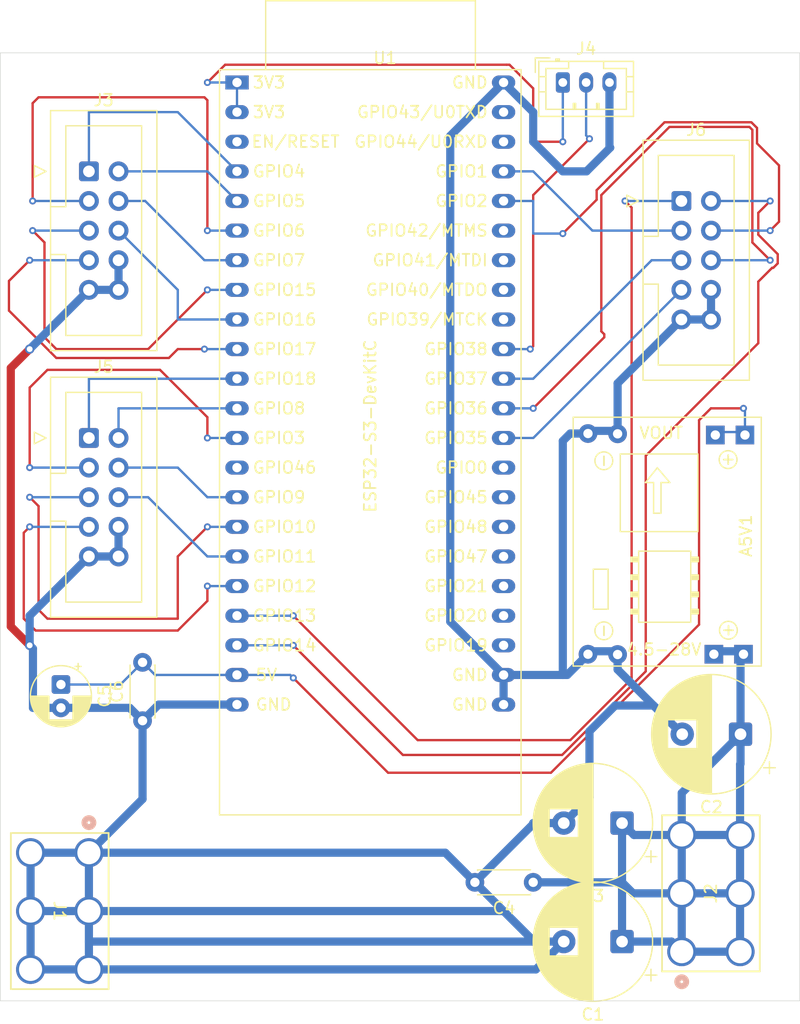
<source format=kicad_pcb>
(kicad_pcb (version 20241229) (generator "pcbnew") (generator_version "9.0")
  (layers (0 "F.Cu" signal) (2 "B.Cu" signal) (13 "F.Paste" user) (15 "B.Paste" user) (5 "F.SilkS" user "F.Silkscreen") (7 "B.SilkS" user "B.Silkscreen") (1 "F.Mask" user) (3 "B.Mask" user) (25 "Edge.Cuts" user))
  (net 0 "")
  (net 1 "GND")
  (net 2 "Net-(J3-Pin_2)")
  (net 3 "Net-(J3-Pin_5)")
  (net 4 "Net-(J3-Pin_3)")
  (net 5 "+15V")
  (net 6 "+5V")
  (net 7 "Net-(J3-Pin_4)")
  (net 8 "Net-(J3-Pin_7)")
  (net 9 "Net-(J3-Pin_6)")
  (net 10 "Net-(J3-Pin_1)")
  (net 11 "Net-(J5-Pin_7)")
  (net 12 "Net-(J5-Pin_1)")
  (net 13 "Net-(J5-Pin_5)")
  (net 14 "Net-(J5-Pin_2)")
  (net 15 "Net-(J5-Pin_6)")
  (net 16 "Net-(J5-Pin_4)")
  (net 17 "Net-(J5-Pin_3)")
  (net 18 "Net-(J6-Pin_3)")
  (net 19 "Net-(J6-Pin_2)")
  (net 20 "Net-(J6-Pin_7)")
  (net 21 "Net-(J6-Pin_5)")
  (net 22 "Net-(J6-Pin_6)")
  (net 23 "Net-(J6-Pin_4)")
  (net 24 "Net-(J6-Pin_1)")
  (net 25 "Net-(J4-Pin_2)")
  (net 26 "+3.3V")
  (footprint "Connector_JST:JST_PH_B3B-PH-K_1x03_P2.00mm_Vertical" (layer "F.Cu") (at 66.04 17.78)
    (property "Reference" "J4" (at 2 -2.900001 0) (layer "F.SilkS"))
    (property "Value" "MIDI IN")
    (pad "1" thru_hole roundrect (at 0 0) (size 1.2 1.75) (drill 0.75) (layers "*.Cu" "*.Mask") (roundrect_rratio 0.208333) (net 26 "+3.3V"))
    (pad "2" thru_hole oval (at 2 0) (size 1.2 1.75) (drill 0.75) (layers "*.Cu" "*.Mask") (net 25 "Net-(J4-Pin_2)"))
    (pad "3" thru_hole oval (at 4 0) (size 1.2 1.75) (drill 0.75) (layers "*.Cu" "*.Mask") (net 1 "GND"))
  )
  (footprint "UL 8199:CONN_8199_KEY" (layer "F.Cu") (at 76.2381 92.307599 90)
    (property "Reference" "J2" (at 5.003799 2.501901 90) (layer "F.SilkS"))
    (property "Value" "15VIn")
    (pad "1" thru_hole circle (at 0 0 90) (size 2.4892 2.4892) (drill 1.9812) (layers "*.Cu" "*.Mask") (net 5 "+15V"))
    (pad "2" thru_hole circle (at 0 5.0038 90) (size 2.4892 2.4892) (drill 1.9812) (layers "*.Cu" "*.Mask") (net 5 "+15V"))
    (pad "3" thru_hole circle (at 5.0038 0 90) (size 2.4892 2.4892) (drill 1.9812) (layers "*.Cu" "*.Mask") (net 5 "+15V"))
    (pad "4" thru_hole circle (at 5.0038 5.0038 90) (size 2.4892 2.4892) (drill 1.9812) (layers "*.Cu" "*.Mask") (net 5 "+15V"))
    (pad "5" thru_hole circle (at 10.007599 0.000001 90) (size 2.4892 2.4892) (drill 1.9812) (layers "*.Cu" "*.Mask") (net 5 "+15V"))
    (pad "6" thru_hole circle (at 10.0076 5.0038 90) (size 2.4892 2.4892) (drill 1.9812) (layers "*.Cu" "*.Mask") (net 5 "+15V"))
  )
  (footprint "Connector_IDC:IDC-Header_2x05_P2.54mm_Vertical" (layer "F.Cu") (at 76.209502 27.940002)
    (property "Reference" "J6" (at 1.27 -6.099999 0) (layer "F.SilkS"))
    (property "Value" "Conn_01x10" (hide yes))
    (pad "1" thru_hole roundrect (at 0 0) (size 1.7 1.7) (drill 1) (layers "*.Cu" "*.Mask") (roundrect_rratio 0.147059) (net 24 "Net-(J6-Pin_1)"))
    (pad "2" thru_hole circle (at 2.540004 0.000002) (size 1.7 1.7) (drill 1) (layers "*.Cu" "*.Mask") (net 19 "Net-(J6-Pin_2)"))
    (pad "3" thru_hole circle (at -0.000002 2.540004) (size 1.7 1.7) (drill 1) (layers "*.Cu" "*.Mask") (net 18 "Net-(J6-Pin_3)"))
    (pad "4" thru_hole circle (at 2.54 2.54) (size 1.7 1.7) (drill 1) (layers "*.Cu" "*.Mask") (net 23 "Net-(J6-Pin_4)"))
    (pad "5" thru_hole circle (at 0 5.08) (size 1.7 1.7) (drill 1) (layers "*.Cu" "*.Mask") (net 21 "Net-(J6-Pin_5)"))
    (pad "6" thru_hole circle (at 2.540002 5.08) (size 1.7 1.7) (drill 1) (layers "*.Cu" "*.Mask") (net 22 "Net-(J6-Pin_6)"))
    (pad "7" thru_hole circle (at 0 7.62) (size 1.7 1.7) (drill 1) (layers "*.Cu" "*.Mask") (net 20 "Net-(J6-Pin_7)"))
    (pad "8" thru_hole circle (at 2.54 7.62) (size 1.7 1.7) (drill 1) (layers "*.Cu" "*.Mask") (net 1 "GND"))
    (pad "9" thru_hole circle (at -0.000004 10.16) (size 1.7 1.7) (drill 1) (layers "*.Cu" "*.Mask") (net 1 "GND"))
    (pad "10" thru_hole circle (at 2.54 10.16) (size 1.7 1.7) (drill 1) (layers "*.Cu" "*.Mask") (net 1 "GND"))
  )
  (footprint "UL 8199:CONN_8199_KEY" (layer "F.Cu") (at 25.4 83.82 -90)
    (property "Reference" "J1" (at 5.003797 2.5019 270) (layer "F.SilkS"))
    (property "Value" "GroundLug")
    (pad "1" thru_hole circle (at 0 0 270) (size 2.4892 2.4892) (drill 1.9812) (layers "*.Cu" "*.Mask") (net 1 "GND"))
    (pad "2" thru_hole circle (at 0 5.0038 270) (size 2.4892 2.4892) (drill 1.9812) (layers "*.Cu" "*.Mask") (net 1 "GND"))
    (pad "3" thru_hole circle (at 5.0038 0 270) (size 2.4892 2.4892) (drill 1.9812) (layers "*.Cu" "*.Mask") (net 1 "GND"))
    (pad "4" thru_hole circle (at 5.0038 5.0038 270) (size 2.4892 2.4892) (drill 1.9812) (layers "*.Cu" "*.Mask") (net 1 "GND"))
    (pad "5" thru_hole circle (at 10.007598 0.000003 270) (size 2.4892 2.4892) (drill 1.9812) (layers "*.Cu" "*.Mask") (net 1 "GND"))
    (pad "6" thru_hole circle (at 10.0076 5.0038 270) (size 2.4892 2.4892) (drill 1.9812) (layers "*.Cu" "*.Mask") (net 1 "GND"))
  )
  (footprint "Capacitor_THT:CP_Radial_D10.0mm_P5.00mm" (layer "F.Cu") (at 81.28 73.66 180)
    (property "Reference" "C2" (at 2.5 -6.25 0) (layer "F.SilkS"))
    (property "Value" "2200u 25V")
    (pad "1" thru_hole roundrect (at 0 0 180) (size 2 2) (drill 1) (layers "*.Cu" "*.Mask") (roundrect_rratio 0.125) (net 5 "+15V"))
    (pad "2" thru_hole circle (at 5 0 180) (size 2 2) (drill 1) (layers "*.Cu" "*.Mask") (net 1 "GND"))
  )
  (footprint "Capacitor_THT:C_Disc_D4.3mm_W1.9mm_P5.00mm" (layer "F.Cu") (at 63.5 86.36 180)
    (property "Reference" "C4" (at 2.500002 -2.2 0) (layer "F.SilkS"))
    (property "Value" "100n")
    (pad "1" thru_hole circle (at 0 0 180) (size 1.6 1.6) (drill 0.8) (layers "*.Cu" "*.Mask") (net 5 "+15V"))
    (pad "2" thru_hole circle (at 5 0 180) (size 1.6 1.6) (drill 0.8) (layers "*.Cu" "*.Mask") (net 1 "GND"))
  )
  (footprint "Connector_IDC:IDC-Header_2x05_P2.54mm_Vertical" (layer "F.Cu") (at 25.4 48.26)
    (property "Reference" "J5" (at 1.27 -6.1 0) (layer "F.SilkS"))
    (property "Value" "Conn_01x10" (hide yes))
    (pad "1" thru_hole roundrect (at 0 0) (size 1.7 1.7) (drill 1) (layers "*.Cu" "*.Mask") (roundrect_rratio 0.147059) (net 12 "Net-(J5-Pin_1)"))
    (pad "2" thru_hole circle (at 2.54 0) (size 1.7 1.7) (drill 1) (layers "*.Cu" "*.Mask") (net 14 "Net-(J5-Pin_2)"))
    (pad "3" thru_hole circle (at 0 2.54) (size 1.7 1.7) (drill 1) (layers "*.Cu" "*.Mask") (net 17 "Net-(J5-Pin_3)"))
    (pad "4" thru_hole circle (at 2.54 2.54) (size 1.7 1.7) (drill 1) (layers "*.Cu" "*.Mask") (net 16 "Net-(J5-Pin_4)"))
    (pad "5" thru_hole circle (at 0 5.08) (size 1.7 1.7) (drill 1) (layers "*.Cu" "*.Mask") (net 13 "Net-(J5-Pin_5)"))
    (pad "6" thru_hole circle (at 2.54 5.08) (size 1.7 1.7) (drill 1) (layers "*.Cu" "*.Mask") (net 15 "Net-(J5-Pin_6)"))
    (pad "7" thru_hole circle (at 0 7.62) (size 1.7 1.7) (drill 1) (layers "*.Cu" "*.Mask") (net 11 "Net-(J5-Pin_7)"))
    (pad "8" thru_hole circle (at 2.54 7.62) (size 1.7 1.7) (drill 1) (layers "*.Cu" "*.Mask") (net 1 "GND"))
    (pad "9" thru_hole circle (at 0 10.16) (size 1.7 1.7) (drill 1) (layers "*.Cu" "*.Mask") (net 1 "GND"))
    (pad "10" thru_hole circle (at 2.54 10.16) (size 1.7 1.7) (drill 1) (layers "*.Cu" "*.Mask") (net 1 "GND"))
  )
  (footprint "Capacitor_THT:CP_Radial_D10.0mm_P5.00mm" (layer "F.Cu") (at 71.12 81.28 180)
    (property "Reference" "C3" (at 2.5 -6.250001 0) (layer "F.SilkS"))
    (property "Value" "2200u 25V")
    (pad "1" thru_hole roundrect (at 0 0 180) (size 2 2) (drill 1) (layers "*.Cu" "*.Mask") (roundrect_rratio 0.125) (net 5 "+15V"))
    (pad "2" thru_hole circle (at 5 0 180) (size 2 2) (drill 1) (layers "*.Cu" "*.Mask") (net 1 "GND"))
  )
  (footprint "Capacitor_THT:C_Disc_D4.3mm_W1.9mm_P5.00mm" (layer "F.Cu") (at 29.999999 72.5 90)
    (property "Reference" "C6" (at 2.500001 -2.2 90) (layer "F.SilkS"))
    (property "Value" "100n")
    (pad "1" thru_hole circle (at 0 0 90) (size 1.6 1.6) (drill 0.8) (layers "*.Cu" "*.Mask") (net 1 "GND"))
    (pad "2" thru_hole circle (at 5 0 90) (size 1.6 1.6) (drill 0.8) (layers "*.Cu" "*.Mask") (net 6 "+5V"))
  )
  (footprint "Capacitor_THT:CP_Radial_D10.0mm_P5.00mm" (layer "F.Cu") (at 71.12 91.44 180)
    (property "Reference" "C1" (at 2.5 -6.250001 0) (layer "F.SilkS"))
    (property "Value" "2200u 25V")
    (pad "1" thru_hole roundrect (at 0 0 180) (size 2 2) (drill 1) (layers "*.Cu" "*.Mask") (roundrect_rratio 0.125) (net 5 "+15V"))
    (pad "2" thru_hole circle (at 5 0 180) (size 2 2) (drill 1) (layers "*.Cu" "*.Mask") (net 1 "GND"))
  )
  (footprint "CustomLibrary:MP1584_Module" (layer "F.Cu") (at 74.422 56.642 90)
    (property "Reference" "A5V1" (at 0.000002 7.315198 90) (layer "F.SilkS"))
    (property "Value" "~")
    (fp_text user "4.5-28V" (at -9.7536 0.3048 0) (layer "F.SilkS"))
    (fp_text user "VOUT" (at 8.8138 0.0508 0) (layer "F.SilkS"))
    (fp_text user "-" (at -8.153399 -4.9276 90) (layer "F.SilkS"))
    (fp_text user "-" (at 6.426201 -4.9276 90) (layer "F.SilkS"))
    (fp_text user "+" (at -8.102601 5.753099 90) (layer "F.SilkS"))
    (fp_text user "+" (at 6.527801 5.727698 90) (layer "F.SilkS"))
    (pad "1" thru_hole rect (at -10.160001 7.112002 180) (size 1.6 1.6) (drill 0.8) (layers "*.Cu" "*.Mask") (net 5 "+15V"))
    (pad "1" thru_hole rect (at -10.16 4.572 180) (size 1.6 1.6) (drill 0.8) (layers "*.Cu" "*.Mask") (net 5 "+15V"))
    (pad "2" thru_hole oval (at -10.185401 -3.683 180) (size 1.6 1.6) (drill 0.8) (layers "*.Cu" "*.Mask") (net 1 "GND"))
    (pad "2" thru_hole oval (at -10.16 -6.223 180) (size 1.6 1.6) (drill 0.8) (layers "*.Cu" "*.Mask") (net 1 "GND"))
    (pad "3" thru_hole rect (at 8.636 4.698998 180) (size 1.6 1.6) (drill 0.8) (layers "*.Cu" "*.Mask") (net 6 "+5V"))
    (pad "3" thru_hole rect (at 8.636 7.239001 180) (size 1.6 1.6) (drill 0.8) (layers "*.Cu" "*.Mask") (net 6 "+5V"))
    (pad "4" thru_hole oval (at 8.7376 -3.682999 180) (size 1.6 1.6) (drill 0.8) (layers "*.Cu" "*.Mask") (net 1 "GND"))
    (pad "4" thru_hole oval (at 8.762999 -6.223 180) (size 1.6 1.6) (drill 0.8) (layers "*.Cu" "*.Mask") (net 1 "GND"))
  )
  (footprint "Capacitor_THT:CP_Radial_D5.0mm_P2.00mm" (layer "F.Cu") (at 23 69.4 -90)
    (property "Reference" "C5" (at 1 -3.75 90) (layer "F.SilkS"))
    (property "Value" "100u")
    (pad "1" thru_hole roundrect (at 0 0 270) (size 1.6 1.6) (drill 0.8) (layers "*.Cu" "*.Mask") (roundrect_rratio 0.15625) (net 6 "+5V"))
    (pad "2" thru_hole circle (at 2 0 270) (size 1.6 1.6) (drill 0.8) (layers "*.Cu" "*.Mask") (net 1 "GND"))
  )
  (footprint "PCM_Espressif:ESP32-S3-DevKitC" (layer "F.Cu") (at 38.1 17.78)
    (property "Reference" "U1" (at 12.7 -2.1 0) (layer "F.SilkS"))
    (property "Value" "ESP32-S3-DevKitC" (at 11.42632 29.46128 90) (layer "F.SilkS"))
    (fp_text user "GPIO48" (at 21.59 38.1 0) (layer "F.SilkS") (effects (justify right)))
    (fp_text user "GPIO13" (at 1.27 45.72 0) (layer "F.SilkS") (effects (justify left)))
    (fp_text user "GPIO6" (at 1.27 12.7 0) (layer "F.SilkS") (effects (justify left)))
    (fp_text user "GPIO18" (at 1.27 25.4 0) (layer "F.SilkS") (effects (justify left)))
    (fp_text user "GPIO21" (at 21.59 43.18 0) (layer "F.SilkS") (effects (justify right)))
    (fp_text user "GPIO9" (at 1.27 35.56 0) (layer "F.SilkS") (effects (justify left)))
    (fp_text user "GPIO10" (at 1.27 38.1 0) (layer "F.SilkS") (effects (justify left)))
    (fp_text user "GPIO37" (at 21.59 25.4 0) (layer "F.SilkS") (effects (justify right)))
    (fp_text user "GPIO4" (at 1.27 7.62 0) (layer "F.SilkS") (effects (justify left)))
    (fp_text user "GPIO38" (at 21.59 22.86 0) (layer "F.SilkS") (effects (justify right)))
    (fp_text user "GPIO44/U0RXD" (at 21.59 5.08 0) (layer "F.SilkS") (effects (justify right)))
    (fp_text user "GPIO45" (at 21.59 35.56 0) (layer "F.SilkS") (effects (justify right)))
    (fp_text user "GPIO47" (at 21.59 40.64 0) (layer "F.SilkS") (effects (justify right)))
    (fp_text user "GPIO17" (at 1.27 22.86 0) (layer "F.SilkS") (effects (justify left)))
    (fp_text user "3V3" (at 1.27 2.54 0) (layer "F.SilkS") (effects (justify left)))
    (fp_text user "GPIO19" (at 21.59 48.26 0) (layer "F.SilkS") (effects (justify right)))
    (fp_text user "GND" (at 1.52032 53.33728 0) (layer "F.SilkS") (effects (justify left)))
    (fp_text user "GPIO42/MTMS" (at 21.59 12.7 0) (layer "F.SilkS") (effects (justify right)))
    (fp_text user "GPIO41/MTDI" (at 21.59 15.24 0) (layer "F.SilkS") (effects (justify right)))
    (fp_text user "GPIO46" (at 1.27 33.02 0) (layer "F.SilkS") (effects (justify left)))
    (fp_text user "GPIO7" (at 1.27 15.24 0) (layer "F.SilkS") (effects (justify left)))
    (fp_text user "GPIO5" (at 1.27 10.16 0) (layer "F.SilkS") (effects (justify left)))
    (fp_text user "GPIO8" (at 1.27 27.94 0) (layer "F.SilkS") (effects (justify left)))
    (fp_text user "GPIO2" (at 21.59 10.16 0) (layer "F.SilkS") (effects (justify right)))
    (fp_text user "GPIO36" (at 21.59 27.94 0) (layer "F.SilkS") (effects (justify right)))
    (fp_text user "GPIO12" (at 1.27 43.18 0) (layer "F.SilkS") (effects (justify left)))
    (fp_text user "GPIO43/U0TXD" (at 21.59 2.54 0) (layer "F.SilkS") (effects (justify right)))
    (fp_text user "GND" (at 21.59 53.34 0) (layer "F.SilkS") (effects (justify right)))
    (fp_text user "GPIO39/MTCK" (at 21.59 20.32 0) (layer "F.SilkS") (effects (justify right)))
    (fp_text user "3V3" (at 1.27 0 0) (layer "F.SilkS") (effects (justify left)))
    (fp_text user "GND" (at 21.59 0 0) (layer "F.SilkS") (effects (justify right)))
    (fp_text user "GPIO40/MTDO" (at 21.59 17.78 0) (layer "F.SilkS") (effects (justify right)))
    (fp_text user "GPIO20" (at 21.59 45.72 0) (layer "F.SilkS") (effects (justify right)))
    (fp_text user "GPIO16" (at 1.27 20.32 0) (layer "F.SilkS") (effects (justify left)))
    (fp_text user "GPIO11" (at 1.27 40.64 0) (layer "F.SilkS") (effects (justify left)))
    (fp_text user "GPIO3" (at 1.27 30.48 0) (layer "F.SilkS") (effects (justify left)))
    (fp_text user "GPIO0" (at 21.59 33.02 0) (layer "F.SilkS") (effects (justify right)))
    (fp_text user "GPIO35" (at 21.59 30.48 0) (layer "F.SilkS") (effects (justify right)))
    (fp_text user "EN/RESET" (at 8.88632 5.07728 0) (layer "F.SilkS") (effects (justify right)))
    (fp_text user "GPIO15" (at 1.27 17.78 0) (layer "F.SilkS") (effects (justify left)))
    (fp_text user "GPIO14" (at 1.27 48.26 0) (layer "F.SilkS") (effects (justify left)))
    (fp_text user "5V" (at 1.52032 50.79728 0) (layer "F.SilkS") (effects (justify left)))
    (fp_text user "GPIO1" (at 21.59 7.62 0) (layer "F.SilkS") (effects (justify right)))
    (fp_text user "GND" (at 21.59 50.8 0) (layer "F.SilkS") (effects (justify right)))
    (pad "1" thru_hole rect (at 0 0 270) (size 1.2 2) (drill 0.8) (layers "*.Cu" "*.Mask") (net 26 "+3.3V"))
    (pad "2" thru_hole oval (at 0 2.54 270) (size 1.2 2) (drill 0.8) (layers "*.Cu" "*.Mask") (net 26 "+3.3V"))
    (pad "3" thru_hole oval (at 0 5.08 270) (size 1.2 2) (drill 0.8) (layers "*.Cu" "*.Mask"))
    (pad "4" thru_hole oval (at 0 7.62 270) (size 1.2 2) (drill 0.8) (layers "*.Cu" "*.Mask") (net 10 "Net-(J3-Pin_1)"))
    (pad "5" thru_hole oval (at 0 10.16 270) (size 1.2 2) (drill 0.8) (layers "*.Cu" "*.Mask") (net 2 "Net-(J3-Pin_2)"))
    (pad "6" thru_hole oval (at 0 12.7 270) (size 1.2 2) (drill 0.8) (layers "*.Cu" "*.Mask") (net 4 "Net-(J3-Pin_3)"))
    (pad "7" thru_hole oval (at 0 15.24 270) (size 1.2 2) (drill 0.8) (layers "*.Cu" "*.Mask") (net 7 "Net-(J3-Pin_4)"))
    (pad "8" thru_hole oval (at 0 17.78 270) (size 1.2 2) (drill 0.8) (layers "*.Cu" "*.Mask") (net 3 "Net-(J3-Pin_5)"))
    (pad "9" thru_hole oval (at 0 20.32 270) (size 1.2 2) (drill 0.8) (layers "*.Cu" "*.Mask") (net 9 "Net-(J3-Pin_6)"))
    (pad "10" thru_hole oval (at 0 22.86 270) (size 1.2 2) (drill 0.8) (layers "*.Cu" "*.Mask") (net 8 "Net-(J3-Pin_7)"))
    (pad "11" thru_hole oval (at 0 25.4 270) (size 1.2 2) (drill 0.8) (layers "*.Cu" "*.Mask") (net 12 "Net-(J5-Pin_1)"))
    (pad "12" thru_hole oval (at 0 27.94 270) (size 1.2 2) (drill 0.8) (layers "*.Cu" "*.Mask") (net 14 "Net-(J5-Pin_2)"))
    (pad "13" thru_hole oval (at 0 30.48 270) (size 1.2 2) (drill 0.8) (layers "*.Cu" "*.Mask") (net 17 "Net-(J5-Pin_3)"))
    (pad "14" thru_hole oval (at 0 33.02 270) (size 1.2 2) (drill 0.8) (layers "*.Cu" "*.Mask"))
    (pad "15" thru_hole oval (at 0 35.56 270) (size 1.2 2) (drill 0.8) (layers "*.Cu" "*.Mask") (net 16 "Net-(J5-Pin_4)"))
    (pad "16" thru_hole oval (at 0 38.1 270) (size 1.2 2) (drill 0.8) (layers "*.Cu" "*.Mask") (net 13 "Net-(J5-Pin_5)"))
    (pad "17" thru_hole oval (at 0 40.64 270) (size 1.2 2) (drill 0.8) (layers "*.Cu" "*.Mask") (net 15 "Net-(J5-Pin_6)"))
    (pad "18" thru_hole oval (at 0 43.18 270) (size 1.2 2) (drill 0.8) (layers "*.Cu" "*.Mask") (net 11 "Net-(J5-Pin_7)"))
    (pad "19" thru_hole oval (at 0 45.72 270) (size 1.2 2) (drill 0.8) (layers "*.Cu" "*.Mask") (net 24 "Net-(J6-Pin_1)"))
    (pad "20" thru_hole oval (at -0.00368 48.25728 270) (size 1.2 2) (drill 0.8) (layers "*.Cu" "*.Mask") (net 19 "Net-(J6-Pin_2)"))
    (pad "21" thru_hole oval (at -0.00368 50.79728 270) (size 1.2 2) (drill 0.8) (layers "*.Cu" "*.Mask") (net 6 "+5V"))
    (pad "22" thru_hole oval (at -0.00368 53.33728 270) (size 1.2 2) (drill 0.8) (layers "*.Cu" "*.Mask") (net 1 "GND"))
    (pad "23" thru_hole oval (at 22.86 53.34 270) (size 1.2 2) (drill 0.8) (layers "*.Cu" "*.Mask") (net 1 "GND"))
    (pad "24" thru_hole oval (at 22.86 50.8 270) (size 1.2 2) (drill 0.8) (layers "*.Cu" "*.Mask") (net 1 "GND"))
    (pad "25" thru_hole oval (at 22.86 48.26 270) (size 1.2 2) (drill 0.8) (layers "*.Cu" "*.Mask"))
    (pad "26" thru_hole oval (at 22.86 45.72 270) (size 1.2 2) (drill 0.8) (layers "*.Cu" "*.Mask"))
    (pad "27" thru_hole oval (at 22.86 43.18 270) (size 1.2 2) (drill 0.8) (layers "*.Cu" "*.Mask"))
    (pad "28" thru_hole oval (at 22.86 40.64 270) (size 1.2 2) (drill 0.8) (layers "*.Cu" "*.Mask"))
    (pad "29" thru_hole oval (at 22.86 38.1 270) (size 1.2 2) (drill 0.8) (layers "*.Cu" "*.Mask"))
    (pad "30" thru_hole oval (at 22.86 35.56 270) (size 1.2 2) (drill 0.8) (layers "*.Cu" "*.Mask"))
    (pad "31" thru_hole oval (at 22.86 33.02 270) (size 1.2 2) (drill 0.8) (layers "*.Cu" "*.Mask"))
    (pad "32" thru_hole oval (at 22.86 30.48 270) (size 1.2 2) (drill 0.8) (layers "*.Cu" "*.Mask") (net 20 "Net-(J6-Pin_7)"))
    (pad "33" thru_hole oval (at 22.86 27.94 270) (size 1.2 2) (drill 0.8) (layers "*.Cu" "*.Mask") (net 22 "Net-(J6-Pin_6)"))
    (pad "34" thru_hole oval (at 22.86 25.4 270) (size 1.2 2) (drill 0.8) (layers "*.Cu" "*.Mask") (net 21 "Net-(J6-Pin_5)"))
    (pad "35" thru_hole oval (at 22.86 22.86 270) (size 1.2 2) (drill 0.8) (layers "*.Cu" "*.Mask") (net 25 "Net-(J4-Pin_2)"))
    (pad "36" thru_hole oval (at 22.86 20.32 270) (size 1.2 2) (drill 0.8) (layers "*.Cu" "*.Mask"))
    (pad "37" thru_hole oval (at 22.86 17.78 270) (size 1.2 2) (drill 0.8) (layers "*.Cu" "*.Mask"))
    (pad "38" thru_hole oval (at 22.86 15.24 270) (size 1.2 2) (drill 0.8) (layers "*.Cu" "*.Mask"))
    (pad "39" thru_hole oval (at 22.86 12.7 270) (size 1.2 2) (drill 0.8) (layers "*.Cu" "*.Mask"))
    (pad "40" thru_hole oval (at 22.86 10.16 270) (size 1.2 2) (drill 0.8) (layers "*.Cu" "*.Mask") (net 23 "Net-(J6-Pin_4)"))
    (pad "41" thru_hole oval (at 22.86 7.62 270) (size 1.2 2) (drill 0.8) (layers "*.Cu" "*.Mask") (net 18 "Net-(J6-Pin_3)"))
    (pad "42" thru_hole oval (at 22.86 5.08 270) (size 1.2 2) (drill 0.8) (layers "*.Cu" "*.Mask"))
    (pad "43" thru_hole oval (at 22.86 2.54 270) (size 1.2 2) (drill 0.8) (layers "*.Cu" "*.Mask"))
    (pad "44" thru_hole oval (at 22.86 0 270) (size 1.2 2) (drill 0.8) (layers "*.Cu" "*.Mask") (net 1 "GND"))
  )
  (footprint "Connector_IDC:IDC-Header_2x05_P2.54mm_Vertical" (layer "F.Cu") (at 25.4 25.400002)
    (property "Reference" "J3" (at 1.27 -6.099999 0) (layer "F.SilkS"))
    (property "Value" "Conn_01x10" (hide yes))
    (pad "1" thru_hole roundrect (at 0 0) (size 1.7 1.7) (drill 1) (layers "*.Cu" "*.Mask") (roundrect_rratio 0.147059) (net 10 "Net-(J3-Pin_1)"))
    (pad "2" thru_hole circle (at 2.540004 0.000002) (size 1.7 1.7) (drill 1) (layers "*.Cu" "*.Mask") (net 2 "Net-(J3-Pin_2)"))
    (pad "3" thru_hole circle (at -0.000002 2.540004) (size 1.7 1.7) (drill 1) (layers "*.Cu" "*.Mask") (net 4 "Net-(J3-Pin_3)"))
    (pad "4" thru_hole circle (at 2.54 2.54) (size 1.7 1.7) (drill 1) (layers "*.Cu" "*.Mask") (net 7 "Net-(J3-Pin_4)"))
    (pad "5" thru_hole circle (at 0 5.08) (size 1.7 1.7) (drill 1) (layers "*.Cu" "*.Mask") (net 3 "Net-(J3-Pin_5)"))
    (pad "6" thru_hole circle (at 2.540002 5.079999) (size 1.7 1.7) (drill 1) (layers "*.Cu" "*.Mask") (net 9 "Net-(J3-Pin_6)"))
    (pad "7" thru_hole circle (at 0 7.62) (size 1.7 1.7) (drill 1) (layers "*.Cu" "*.Mask") (net 8 "Net-(J3-Pin_7)"))
    (pad "8" thru_hole circle (at 2.54 7.62) (size 1.7 1.7) (drill 1) (layers "*.Cu" "*.Mask") (net 1 "GND"))
    (pad "9" thru_hole circle (at -0.000003 10.159999) (size 1.7 1.7) (drill 1) (layers "*.Cu" "*.Mask") (net 1 "GND"))
    (pad "10" thru_hole circle (at 2.54 10.16) (size 1.7 1.7) (drill 1) (layers "*.Cu" "*.Mask") (net 1 "GND"))
  )
  (gr_rect (start 17.8 15.24) (end 86.36 96.52) (stroke (width 0.05)) (fill no) (layer "Edge.Cuts"))
  (segment (start 20.32 66.04) (end 18.7 64.42) (width 0.7) (layer "F.Cu") (net 1))
  (segment (start 18.7 64.42) (end 18.7 42.26) (width 0.7) (layer "F.Cu") (net 1))
  (segment (start 18.7 42.26) (end 20.32 40.64) (width 0.7) (layer "F.Cu") (net 1))
  (via (at 20.32 66.04) (size 0.8) (drill 0.5) (layers "F.Cu" "B.Cu") (net 1))
  (via (at 20.32 40.64) (size 0.8) (drill 0.5) (layers "F.Cu" "B.Cu") (net 1))
  (segment (start 56.388 22.352) (end 60.96 17.78) (width 0.7) (layer "B.Cu") (net 1))
  (segment (start 68.351401 47.6504) (end 68.326002 47.625001) (width 0.7) (layer "B.Cu") (net 1))
  (segment (start 20.3962 93.8276) (end 20.3962 88.8238) (width 0.7) (layer "B.Cu") (net 1))
  (segment (start 68.326 79.074) (end 68.326 73.406) (width 0.7) (layer "B.Cu") (net 1))
  (segment (start 66.04 68.58) (end 66.04 48.514) (width 0.7) (layer "B.Cu") (net 1))
  (segment (start 25.4 88.8238) (end 25.4 91.44) (width 0.7) (layer "B.Cu") (net 1))
  (segment (start 60.96 17.78) (end 63.5 20.32) (width 0.7) (layer "B.Cu") (net 1))
  (segment (start 25.4 93.827595) (end 25.399997 93.827598) (width 0.7) (layer "B.Cu") (net 1))
  (segment (start 29.999999 79.220001) (end 29.999999 72.5) (width 0.7) (layer "B.Cu") (net 1))
  (segment (start 20.6 66.32) (end 20.32 66.04) (width 0.7) (layer "B.Cu") (net 1))
  (segment (start 66.04 25.4) (end 68.072 25.4) (width 0.7) (layer "B.Cu") (net 1))
  (segment (start 60.96 71.12) (end 60.96 68.58) (width 0.7) (layer "B.Cu") (net 1))
  (segment (start 63.732402 93.827598) (end 66.12 91.44) (width 0.7) (layer "B.Cu") (net 1))
  (segment (start 66.04 48.514) (end 66.674999 47.879001) (width 0.7) (layer "B.Cu") (net 1))
  (segment (start 25.4 83.82) (end 29.999999 79.220001) (width 0.7) (layer "B.Cu") (net 1))
  (segment (start 63.5 81.36) (end 63.5 81.28) (width 0.7) (layer "B.Cu") (net 1))
  (segment (start 20.6 71.4) (end 20.6 66.32) (width 0.7) (layer "B.Cu") (net 1))
  (segment (start 66.12 81.28) (end 68.326 79.074) (width 0.7) (layer "B.Cu") (net 1))
  (segment (start 27.94 33.020002) (end 27.94 35.560002) (width 0.7) (layer "B.Cu") (net 1))
  (segment (start 63.5 91.44) (end 25.4 91.44) (width 0.7) (layer "B.Cu") (net 1))
  (segment (start 23 71.4) (end 20.6 71.4) (width 0.7) (layer "B.Cu") (net 1))
  (segment (start 60.96 68.58) (end 56.388 64.008) (width 0.7) (layer "B.Cu") (net 1))
  (segment (start 70.532 71.2) (end 73.82 71.2) (width 0.7) (layer "B.Cu") (net 1))
  (segment (start 25.4 83.82) (end 55.96 83.82) (width 0.7) (layer "B.Cu") (net 1))
  (segment (start 70.104 23.368) (end 70.04 23.304) (width 0.7) (layer "B.Cu") (net 1))
  (segment (start 25.399997 35.560001) (end 27.94 35.560002) (width 0.7) (layer "B.Cu") (net 1))
  (segment (start 31.382719 71.11728) (end 38.09632 71.11728) (width 0.7) (layer "B.Cu") (net 1))
  (segment (start 20.3962 93.8276) (end 25.399995 93.8276) (width 0.7) (layer "B.Cu") (net 1))
  (segment (start 28.899999 71.4) (end 29.999999 72.5) (width 0.7) (layer "B.Cu") (net 1))
  (segment (start 29.999999 72.5) (end 31.382719 71.11728) (width 0.7) (layer "B.Cu") (net 1))
  (segment (start 66.12 91.44) (end 63.5 91.44) (width 0.7) (layer "B.Cu") (net 1))
  (segment (start 56.388 64.008) (end 56.388 22.352) (width 0.7) (layer "B.Cu") (net 1))
  (segment (start 70.840601 66.548) (end 70.866002 66.573401) (width 0.7) (layer "B.Cu") (net 1))
  (segment (start 63.5 91.36) (end 60.9638 88.8238) (width 0.7) (layer "B.Cu") (net 1))
  (segment (start 20.3962 83.82) (end 20.3962 88.8238) (width 0.7) (layer "B.Cu") (net 1))
  (segment (start 68.326 73.406) (end 70.532 71.2) (width 0.7) (layer "B.Cu") (net 1))
  (segment (start 66.04 68.58) (end 66.421 68.58) (width 0.7) (layer "B.Cu") (net 1))
  (segment (start 78.749502 35.560002) (end 78.749502 38.100002) (width 0.7) (layer "B.Cu") (net 1))
  (segment (start 20.32 63.5) (end 20.32 66.04) (width 0.7) (layer "B.Cu") (net 1))
  (segment (start 25.399997 93.827598) (end 63.732402 93.827598) (width 0.7) (layer "B.Cu") (net 1))
  (segment (start 76.209498 38.100002) (end 78.749502 38.100002) (width 0.7) (layer "B.Cu") (net 1))
  (segment (start 63.5 81.28) (end 66.12 81.28) (width 0.7) (layer "B.Cu") (net 1))
  (segment (start 70.739001 43.570499) (end 76.209498 38.100002) (width 0.7) (layer "B.Cu") (net 1))
  (segment (start 23 71.4) (end 28.899999 71.4) (width 0.7) (layer "B.Cu") (net 1))
  (segment (start 58.5 86.36) (end 63.5 81.36) (width 0.7) (layer "B.Cu") (net 1))
  (segment (start 25.4 58.42) (end 20.32 63.5) (width 0.7) (layer "B.Cu") (net 1))
  (segment (start 55.96 83.82) (end 58.5 86.36) (width 0.7) (layer "B.Cu") (net 1))
  (segment (start 20.3962 88.8238) (end 25.4 88.8238) (width 0.7) (layer "B.Cu") (net 1))
  (segment (start 70.866003 47.6504) (end 68.351401 47.6504) (width 0.7) (layer "B.Cu") (net 1))
  (segment (start 20.3962 83.82) (end 25.4 83.82) (width 0.7) (layer "B.Cu") (net 1))
  (segment (start 66.674999 47.879001) (end 68.199 47.879001) (width 0.7) (layer "B.Cu") (net 1))
  (segment (start 25.4 88.8238) (end 25.4 83.82) (width 0.7) (layer "B.Cu") (net 1))
  (segment (start 63.5 91.44) (end 63.5 91.36) (width 0.7) (layer "B.Cu") (net 1))
  (segment (start 63.5 20.32) (end 63.5 22.86) (width 0.7) (layer "B.Cu") (net 1))
  (segment (start 60.9638 88.8238) (end 58.5 86.36) (width 0.7) (layer "B.Cu") (net 1))
  (segment (start 70.739 68.119) (end 70.739 66.827401) (width 0.7) (layer "B.Cu") (net 1))
  (segment (start 25.399997 35.560001) (end 20.32 40.64) (width 0.7) (layer "B.Cu") (net 1))
  (segment (start 60.96 68.58) (end 66.04 68.58) (width 0.7) (layer "B.Cu") (net 1))
  (segment (start 68.326002 66.548) (end 70.840601 66.548) (width 0.7) (layer "B.Cu") (net 1))
  (segment (start 70.739001 47.9044) (end 70.739001 43.570499) (width 0.7) (layer "B.Cu") (net 1))
  (segment (start 76.28 73.66) (end 70.739 68.119) (width 0.7) (layer "B.Cu") (net 1))
  (segment (start 25.4 91.44) (end 25.4 93.827595) (width 0.7) (layer "B.Cu") (net 1))
  (segment (start 25.399995 93.8276) (end 25.399997 93.827598) (width 0.7) (layer "B.Cu") (net 1))
  (segment (start 25.4 88.8238) (end 60.9638 88.8238) (width 0.7) (layer "B.Cu") (net 1))
  (segment (start 66.421 68.58) (end 68.199 66.802) (width 0.7) (layer "B.Cu") (net 1))
  (segment (start 27.94 55.88) (end 27.94 58.42) (width 0.7) (layer "B.Cu") (net 1))
  (segment (start 73.82 71.2) (end 76.28 73.66) (width 0.7) (layer "B.Cu") (net 1))
  (segment (start 70.04 23.304) (end 70.04 17.78) (width 0.7) (layer "B.Cu") (net 1))
  (segment (start 25.4 58.42) (end 27.94 58.42) (width 0.7) (layer "B.Cu") (net 1))
  (segment (start 63.5 22.86) (end 66.04 25.4) (width 0.7) (layer "B.Cu") (net 1))
  (segment (start 68.072 25.4) (end 70.104 23.368) (width 0.7) (layer "B.Cu") (net 1))
  (segment (start 35.56 25.4) (end 38.1 27.94) (width 0.2) (layer "B.Cu") (net 2))
  (segment (start 27.940004 25.400004) (end 35.559996 25.400004) (width 0.2) (layer "B.Cu") (net 2))
  (segment (start 35.559996 25.400004) (end 35.56 25.4) (width 0.2) (layer "B.Cu") (net 2))
  (segment (start 22.606 40.64) (end 21.59 39.624) (width 0.2) (layer "F.Cu") (net 3))
  (segment (start 21.59 39.624) (end 21.59 31.496) (width 0.2) (layer "F.Cu") (net 3))
  (segment (start 35.56 35.56) (end 30.48 40.64) (width 0.2) (layer "F.Cu") (net 3))
  (segment (start 21.59 31.496) (end 20.574 30.48) (width 0.2) (layer "F.Cu") (net 3))
  (segment (start 30.48 40.64) (end 22.606 40.64) (width 0.2) (layer "F.Cu") (net 3))
  (via (at 35.56 35.56) (size 0.6) (drill 0.3) (layers "F.Cu" "B.Cu") (net 3))
  (via (at 20.574 30.48) (size 0.6) (drill 0.3) (layers "F.Cu" "B.Cu") (net 3))
  (segment (start 38.1 35.56) (end 35.56 35.56) (width 0.2) (layer "B.Cu") (net 3))
  (segment (start 20.574 30.48) (end 20.574002 30.480002) (width 0.2) (layer "B.Cu") (net 3))
  (segment (start 20.574002 30.480002) (end 25.4 30.480002) (width 0.2) (layer "B.Cu") (net 3))
  (segment (start 35.56 19.304) (end 35.56 30.48) (width 0.2) (layer "F.Cu") (net 4))
  (segment (start 21.082 19.05) (end 35.306 19.05) (width 0.2) (layer "F.Cu") (net 4))
  (segment (start 20.574 19.558) (end 21.082 19.05) (width 0.2) (layer "F.Cu") (net 4))
  (segment (start 20.574 27.94) (end 20.574 19.558) (width 0.2) (layer "F.Cu") (net 4))
  (segment (start 35.306 19.05) (end 35.56 19.304) (width 0.2) (layer "F.Cu") (net 4))
  (via (at 20.574 27.94) (size 0.6) (drill 0.3) (layers "F.Cu" "B.Cu") (net 4))
  (via (at 35.56 30.48) (size 0.6) (drill 0.3) (layers "F.Cu" "B.Cu") (net 4))
  (segment (start 38.1 30.48) (end 35.56 30.48) (width 0.2) (layer "B.Cu") (net 4))
  (segment (start 25.399998 27.940006) (end 20.574006 27.940006) (width 0.2) (layer "B.Cu") (net 4))
  (segment (start 20.574006 27.940006) (end 20.574 27.94) (width 0.2) (layer "B.Cu") (net 4))
  (segment (start 80.772 73.152) (end 81.28 73.66) (width 0.7) (layer "B.Cu") (net 5))
  (segment (start 72.063799 87.303799) (end 76.2381 87.303799) (width 0.7) (layer "B.Cu") (net 5))
  (segment (start 81.2419 76.2381) (end 81.2419 82.299999) (width 0.7) (layer "B.Cu") (net 5))
  (segment (start 76.238101 78.701899) (end 81.28 73.66) (width 0.7) (layer "B.Cu") (net 5))
  (segment (start 71.12 86.36) (end 71.12 91.44) (width 0.7) (layer "B.Cu") (net 5))
  (segment (start 81.28 67.056003) (end 81.534002 66.802001) (width 0.7) (layer "B.Cu") (net 5))
  (segment (start 71.12 81.28) (end 71.12 86.36) (width 0.7) (layer "B.Cu") (net 5))
  (segment (start 81.2419 82.299999) (end 81.2419 87.303799) (width 0.7) (layer "B.Cu") (net 5))
  (segment (start 71.12 86.36) (end 72.063799 87.303799) (width 0.7) (layer "B.Cu") (net 5))
  (segment (start 63.5 86.36) (end 71.12 86.36) (width 0.7) (layer "B.Cu") (net 5))
  (segment (start 76.2381 87.303799) (end 76.2381 92.307599) (width 0.7) (layer "B.Cu") (net 5))
  (segment (start 75.370501 91.44) (end 76.2381 92.307599) (width 0.7) (layer "B.Cu") (net 5))
  (segment (start 76.238101 82.3) (end 76.238101 78.701899) (width 0.7) (layer "B.Cu") (net 5))
  (segment (start 72.14 82.3) (end 71.12 81.28) (width 0.7) (layer "B.Cu") (net 5))
  (segment (start 81.28 73.66) (end 81.28 76.2) (width 0.7) (layer "B.Cu") (net 5))
  (segment (start 76.238101 82.3) (end 81.2419 82.299999) (width 0.7) (layer "B.Cu") (net 5))
  (segment (start 76.238101 82.3) (end 76.2381 87.303799) (width 0.7) (layer "B.Cu") (net 5))
  (segment (start 81.28 73.66) (end 81.28 67.056003) (width 0.7) (layer "B.Cu") (net 5))
  (segment (start 76.2381 87.303799) (end 81.2419 87.303799) (width 0.7) (layer "B.Cu") (net 5))
  (segment (start 81.28 76.2) (end 81.2419 76.2381) (width 0.7) (layer "B.Cu") (net 5))
  (segment (start 71.12 91.44) (end 75.370501 91.44) (width 0.7) (layer "B.Cu") (net 5))
  (segment (start 76.2381 92.307599) (end 81.2419 92.307599) (width 0.7) (layer "B.Cu") (net 5))
  (segment (start 81.661004 66.548001) (end 79.121002 66.548) (width 0.7) (layer "B.Cu") (net 5))
  (segment (start 81.2419 92.307599) (end 81.2419 87.303799) (width 0.7) (layer "B.Cu") (net 5))
  (segment (start 76.238101 82.3) (end 72.14 82.3) (width 0.7) (layer "B.Cu") (net 5))
  (segment (start 77.724 64.262) (end 77.724 46.736) (width 0.2) (layer "F.Cu") (net 6))
  (segment (start 77.724 46.736) (end 78.74 45.72) (width 0.2) (layer "F.Cu") (net 6))
  (segment (start 65.024 76.962) (end 77.724 64.262) (width 0.2) (layer "F.Cu") (net 6))
  (segment (start 51.054 76.962) (end 65.024 76.962) (width 0.2) (layer "F.Cu") (net 6))
  (segment (start 42.926 68.834) (end 51.054 76.962) (width 0.2) (layer "F.Cu") (net 6))
  (segment (start 78.74 45.72) (end 81.534 45.72) (width 0.2) (layer "F.Cu") (net 6))
  (via (at 42.926 68.834) (size 0.6) (drill 0.3) (layers "F.Cu" "B.Cu") (net 6))
  (via (at 81.534 45.72) (size 0.6) (drill 0.3) (layers "F.Cu" "B.Cu") (net 6))
  (segment (start 81.534 45.72) (end 81.661001 45.847001) (width 0.2) (layer "B.Cu") (net 6))
  (segment (start 42.66928 68.57728) (end 42.926 68.834) (width 0.2) (layer "B.Cu") (net 6))
  (segment (start 81.788003 47.752) (end 79.248 47.752) (width 0.2) (layer "B.Cu") (net 6))
  (segment (start 28.099999 69.4) (end 29.999999 67.5) (width 0.2) (layer "B.Cu") (net 6))
  (segment (start 81.661001 45.847001) (end 81.661001 48.006) (width 0.2) (layer "B.Cu") (net 6))
  (segment (start 38.09632 68.57728) (end 42.66928 68.57728) (width 0.2) (layer "B.Cu") (net 6))
  (segment (start 23 69.4) (end 28.099999 69.4) (width 0.2) (layer "B.Cu") (net 6))
  (segment (start 31.125199 68.6252) (end 30.78 68.28) (width 0.2) (layer "B.Cu") (net 6))
  (segment (start 38.09632 68.57728) (end 31.07728 68.57728) (width 0.2) (layer "B.Cu") (net 6))
  (segment (start 31.07728 68.57728) (end 30.78 68.28) (width 0.2) (layer "B.Cu") (net 6))
  (segment (start 30.78 68.28) (end 29.999999 67.5) (width 0.2) (layer "B.Cu") (net 6))
  (segment (start 30.225998 27.940002) (end 30.226 27.94) (width 0.2) (layer "B.Cu") (net 7))
  (segment (start 30.226 27.94) (end 35.306 33.02) (width 0.2) (layer "B.Cu") (net 7))
  (segment (start 35.306 33.02) (end 38.1 33.02) (width 0.2) (layer "B.Cu") (net 7))
  (segment (start 27.94 27.940002) (end 30.225998 27.940002) (width 0.2) (layer "B.Cu") (net 7))
  (segment (start 18.542 37.338) (end 22.606 41.402) (width 0.2) (layer "F.Cu") (net 8))
  (segment (start 20.32 33.02) (end 18.542 34.798) (width 0.2) (layer "F.Cu") (net 8))
  (segment (start 22.606 41.402) (end 32.258 41.402) (width 0.2) (layer "F.Cu") (net 8))
  (segment (start 33.02 40.64) (end 35.306 40.64) (width 0.2) (layer "F.Cu") (net 8))
  (segment (start 18.542 34.798) (end 18.542 37.338) (width 0.2) (layer "F.Cu") (net 8))
  (segment (start 32.258 41.402) (end 33.02 40.64) (width 0.2) (layer "F.Cu") (net 8))
  (via (at 20.32 33.02) (size 0.6) (drill 0.3) (layers "F.Cu" "B.Cu") (net 8))
  (via (at 35.306 40.64) (size 0.6) (drill 0.3) (layers "F.Cu" "B.Cu") (net 8))
  (segment (start 20.320002 33.020002) (end 20.32 33.02) (width 0.2) (layer "B.Cu") (net 8))
  (segment (start 25.4 33.020002) (end 20.320002 33.020002) (width 0.2) (layer "B.Cu") (net 8))
  (segment (start 35.306 40.64) (end 38.1 40.64) (width 0.2) (layer "B.Cu") (net 8))
  (segment (start 38.1 38.1) (end 33.02 38.1) (width 0.2) (layer "B.Cu") (net 9))
  (segment (start 33.02 35.56) (end 27.940002 30.480001) (width 0.2) (layer "B.Cu") (net 9))
  (segment (start 33.02 38.1) (end 33.02 35.56) (width 0.2) (layer "B.Cu") (net 9))
  (segment (start 25.4 25.400002) (end 25.4 20.32) (width 0.2) (layer "B.Cu") (net 10))
  (segment (start 25.4 20.32) (end 33.02 20.32) (width 0.2) (layer "B.Cu") (net 10))
  (segment (start 33.02 20.32) (end 38.1 25.4) (width 0.2) (layer "B.Cu") (net 10))
  (segment (start 19.812 63.754) (end 20.828 64.77) (width 0.2) (layer "F.Cu") (net 11))
  (segment (start 20.828 64.77) (end 33.02 64.77) (width 0.2) (layer "F.Cu") (net 11))
  (segment (start 33.02 64.77) (end 35.56 62.23) (width 0.2) (layer "F.Cu") (net 11))
  (segment (start 19.812 56.388) (end 19.812 63.754) (width 0.2) (layer "F.Cu") (net 11))
  (segment (start 35.56 62.23) (end 35.56 60.96) (width 0.2) (layer "F.Cu") (net 11))
  (segment (start 20.32 55.88) (end 19.812 56.388) (width 0.2) (layer "F.Cu") (net 11))
  (via (at 20.32 55.88) (size 0.6) (drill 0.3) (layers "F.Cu" "B.Cu") (net 11))
  (via (at 35.56 60.96) (size 0.6) (drill 0.3) (layers "F.Cu" "B.Cu") (net 11))
  (segment (start 25.4 55.88) (end 20.32 55.88) (width 0.2) (layer "B.Cu") (net 11))
  (segment (start 35.56 60.96) (end 38.1 60.96) (width 0.2) (layer "B.Cu") (net 11))
  (segment (start 25.4 43.18) (end 38.1 43.18) (width 0.2) (layer "B.Cu") (net 12))
  (segment (start 25.4 48.26) (end 25.4 43.18) (width 0.2) (layer "B.Cu") (net 12))
  (segment (start 33.02 58.42) (end 33.02 63.754) (width 0.2) (layer "F.Cu") (net 13))
  (segment (start 33.02 63.754) (end 21.844 63.754) (width 0.2) (layer "F.Cu") (net 13))
  (segment (start 21.082 62.992) (end 21.082 54.102) (width 0.2) (layer "F.Cu") (net 13))
  (segment (start 21.844 63.754) (end 21.082 62.992) (width 0.2) (layer "F.Cu") (net 13))
  (segment (start 35.56 55.88) (end 33.02 58.42) (width 0.2) (layer "F.Cu") (net 13))
  (segment (start 21.082 54.102) (end 20.32 53.34) (width 0.2) (layer "F.Cu") (net 13))
  (via (at 35.56 55.88) (size 0.6) (drill 0.3) (layers "F.Cu" "B.Cu") (net 13))
  (via (at 20.32 53.34) (size 0.6) (drill 0.3) (layers "F.Cu" "B.Cu") (net 13))
  (segment (start 25.4 53.34) (end 20.32 53.34) (width 0.2) (layer "B.Cu") (net 13))
  (segment (start 35.56 55.88) (end 35.814 55.88) (width 0.2) (layer "B.Cu") (net 13))
  (segment (start 35.814 55.88) (end 38.1 55.88) (width 0.2) (layer "B.Cu") (net 13))
  (segment (start 27.94 45.72) (end 38.1 45.72) (width 0.2) (layer "B.Cu") (net 14))
  (segment (start 27.94 48.26) (end 27.94 45.72) (width 0.2) (layer "B.Cu") (net 14))
  (segment (start 27.94 53.34) (end 30.48 53.34) (width 0.2) (layer "B.Cu") (net 15))
  (segment (start 30.48 53.34) (end 35.56 58.42) (width 0.2) (layer "B.Cu") (net 15))
  (segment (start 35.56 58.42) (end 38.1 58.42) (width 0.2) (layer "B.Cu") (net 15))
  (segment (start 27.94 50.8) (end 33.02 50.8) (width 0.2) (layer "B.Cu") (net 16))
  (segment (start 33.02 50.8) (end 35.56 53.34) (width 0.2) (layer "B.Cu") (net 16))
  (segment (start 35.56 53.34) (end 38.1 53.34) (width 0.2) (layer "B.Cu") (net 16))
  (segment (start 35.56 46.482) (end 31.496 42.418) (width 0.2) (layer "F.Cu") (net 17))
  (segment (start 21.844 42.418) (end 20.32 43.942) (width 0.2) (layer "F.Cu") (net 17))
  (segment (start 31.496 42.418) (end 21.844 42.418) (width 0.2) (layer "F.Cu") (net 17))
  (segment (start 35.56 48.26) (end 35.56 46.482) (width 0.2) (layer "F.Cu") (net 17))
  (segment (start 20.32 43.942) (end 20.32 50.8) (width 0.2) (layer "F.Cu") (net 17))
  (via (at 35.56 48.26) (size 0.6) (drill 0.3) (layers "F.Cu" "B.Cu") (net 17))
  (via (at 20.32 50.8) (size 0.6) (drill 0.3) (layers "F.Cu" "B.Cu") (net 17))
  (segment (start 25.4 50.8) (end 20.32 50.8) (width 0.2) (layer "B.Cu") (net 17))
  (segment (start 38.1 48.26) (end 35.56 48.26) (width 0.2) (layer "B.Cu") (net 17))
  (segment (start 60.96 25.4) (end 63.5 25.4) (width 0.2) (layer "B.Cu") (net 18))
  (segment (start 68.580006 30.480006) (end 75.4475 30.480006) (width 0.2) (layer "B.Cu") (net 18))
  (segment (start 63.5 25.4) (end 68.580006 30.480006) (width 0.2) (layer "B.Cu") (net 18))
  (segment (start 84.47 32.496761) (end 82.804 30.830761) (width 0.2) (layer "F.Cu") (net 19))
  (segment (start 82.804 30.830761) (end 82.804 28.956) (width 0.2) (layer "F.Cu") (net 19))
  (segment (start 84.47 33.289239) (end 84.47 32.496761) (width 0.2) (layer "F.Cu") (net 19))
  (segment (start 83.989686 33.67) (end 84.089239 33.67) (width 0.2) (layer "F.Cu") (net 19))
  (segment (start 65.982314 75.438) (end 73.152 68.268314) (width 0.2) (layer "F.Cu") (net 19))
  (segment (start 82.804 34.855686) (end 83.989686 33.67) (width 0.2) (layer "F.Cu") (net 19))
  (segment (start 73.152 68.268314) (end 73.152 49.784) (width 0.2) (layer "F.Cu") (net 19))
  (segment (start 82.804 28.956) (end 83.82 27.94) (width 0.2) (layer "F.Cu") (net 19))
  (segment (start 42.926 66.04) (end 52.324 75.438) (width 0.2) (layer "F.Cu") (net 19))
  (segment (start 52.324 75.438) (end 65.982314 75.438) (width 0.2) (layer "F.Cu") (net 19))
  (segment (start 82.804 40.132) (end 82.804 34.855686) (width 0.2) (layer "F.Cu") (net 19))
  (segment (start 84.089239 33.67) (end 84.47 33.289239) (width 0.2) (layer "F.Cu") (net 19))
  (segment (start 73.152 49.784) (end 82.804 40.132) (width 0.2) (layer "F.Cu") (net 19))
  (via (at 83.82 27.94) (size 0.6) (drill 0.3) (layers "F.Cu" "B.Cu") (net 19))
  (via (at 42.926 66.04) (size 0.6) (drill 0.3) (layers "F.Cu" "B.Cu") (net 19))
  (segment (start 42.92328 66.03728) (end 42.926 66.04) (width 0.2) (layer "B.Cu") (net 19))
  (segment (start 38.09632 66.03728) (end 42.92328 66.03728) (width 0.2) (layer "B.Cu") (net 19))
  (segment (start 83.819996 27.940004) (end 77.987506 27.940004) (width 0.2) (layer "B.Cu") (net 19))
  (segment (start 83.82 27.94) (end 83.819996 27.940004) (width 0.2) (layer "B.Cu") (net 19))
  (segment (start 76.209502 35.560002) (end 63.509504 48.26) (width 0.2) (layer "B.Cu") (net 20))
  (segment (start 63.509504 48.26) (end 60.96 48.26) (width 0.2) (layer "B.Cu") (net 20))
  (segment (start 73.660002 33.020002) (end 76.209502 33.020002) (width 0.2) (layer "B.Cu") (net 21))
  (segment (start 63.5 43.18) (end 73.66 33.02) (width 0.2) (layer "B.Cu") (net 21))
  (segment (start 73.66 33.02) (end 73.660002 33.020002) (width 0.2) (layer "B.Cu") (net 21))
  (segment (start 60.96 43.18) (end 63.5 43.18) (width 0.2) (layer "B.Cu") (net 21))
  (segment (start 82.296 31.496) (end 83.82 33.02) (width 0.2) (layer "F.Cu") (net 22))
  (segment (start 82.296 21.844) (end 82.296 31.496) (width 0.2) (layer "F.Cu") (net 22))
  (segment (start 69.596 39.624) (end 69.596 39.37) (width 0.2) (layer "F.Cu") (net 22))
  (segment (start 63.5 45.72) (end 69.596 39.624) (width 0.2) (layer "F.Cu") (net 22))
  (segment (start 75.184 21.59) (end 82.042 21.59) (width 0.2) (layer "F.Cu") (net 22))
  (segment (start 69.342 39.116) (end 69.342 27.432) (width 0.2) (layer "F.Cu") (net 22))
  (segment (start 69.596 39.37) (end 69.342 39.116) (width 0.2) (layer "F.Cu") (net 22))
  (segment (start 82.042 21.59) (end 82.296 21.844) (width 0.2) (layer "F.Cu") (net 22))
  (segment (start 69.342 27.432) (end 75.184 21.59) (width 0.2) (layer "F.Cu") (net 22))
  (via (at 83.82 33.02) (size 0.6) (drill 0.3) (layers "F.Cu" "B.Cu") (net 22))
  (via (at 63.5 45.72) (size 0.6) (drill 0.3) (layers "F.Cu" "B.Cu") (net 22))
  (segment (start 83.82 33.02) (end 83.819998 33.020002) (width 0.2) (layer "B.Cu") (net 22))
  (segment (start 83.819998 33.020002) (end 78.749504 33.020002) (width 0.2) (layer "B.Cu") (net 22))
  (segment (start 60.96 45.72) (end 63.5 45.72) (width 0.2) (layer "B.Cu") (net 22))
  (segment (start 66.04 30.734) (end 68.942 27.832) (width 0.2) (layer "F.Cu") (net 23))
  (segment (start 74.764314 21.19) (end 82.207686 21.19) (width 0.2) (layer "F.Cu") (net 23))
  (segment (start 84.582 29.718) (end 83.82 30.48) (width 0.2) (layer "F.Cu") (net 23))
  (segment (start 82.696 21.678315) (end 82.696 23.006) (width 0.2) (layer "F.Cu") (net 23))
  (segment (start 82.207686 21.19) (end 82.696 21.678315) (width 0.2) (layer "F.Cu") (net 23))
  (segment (start 84.582 24.892) (end 84.582 29.718) (width 0.2) (layer "F.Cu") (net 23))
  (segment (start 82.696 23.006) (end 84.582 24.892) (width 0.2) (layer "F.Cu") (net 23))
  (segment (start 68.942 27.832) (end 68.942 27.012314) (width 0.2) (layer "F.Cu") (net 23))
  (segment (start 68.942 27.012314) (end 74.764314 21.19) (width 0.2) (layer "F.Cu") (net 23))
  (via (at 66.04 30.734) (size 0.6) (drill 0.3) (layers "F.Cu" "B.Cu") (net 23))
  (via (at 83.82 30.48) (size 0.6) (drill 0.3) (layers "F.Cu" "B.Cu") (net 23))
  (segment (start 83.819998 30.480002) (end 83.82 30.48) (width 0.2) (layer "B.Cu") (net 23))
  (segment (start 77.987502 30.480002) (end 83.819998 30.480002) (width 0.2) (layer "B.Cu") (net 23))
  (segment (start 60.96 27.94) (end 63.5 27.94) (width 0.2) (layer "B.Cu") (net 23))
  (segment (start 63.5 27.94) (end 63.5 30.734) (width 0.2) (layer "B.Cu") (net 23))
  (segment (start 63.5 30.734) (end 66.04 30.734) (width 0.2) (layer "B.Cu") (net 23))
  (segment (start 71.374 27.94) (end 71.94 28.506) (width 0.2) (layer "F.Cu") (net 24))
  (segment (start 66.686628 74.168) (end 53.594 74.168) (width 0.2) (layer "F.Cu") (net 24))
  (segment (start 71.94 68.914628) (end 66.686628 74.168) (width 0.2) (layer "F.Cu") (net 24))
  (segment (start 53.594 74.168) (end 42.926 63.5) (width 0.2) (layer "F.Cu") (net 24))
  (segment (start 71.94 28.506) (end 71.94 68.914628) (width 0.2) (layer "F.Cu") (net 24))
  (via (at 42.926 63.5) (size 0.6) (drill 0.3) (layers "F.Cu" "B.Cu") (net 24))
  (via (at 71.374 27.94) (size 0.6) (drill 0.3) (layers "F.Cu" "B.Cu") (net 24))
  (segment (start 71.374002 27.940002) (end 71.374 27.94) (width 0.2) (layer "B.Cu") (net 24))
  (segment (start 42.926 63.5) (end 38.1 63.5) (width 0.2) (layer "B.Cu") (net 24))
  (segment (start 75.447502 27.940002) (end 71.374002 27.940002) (width 0.2) (layer "B.Cu") (net 24))
  (segment (start 63.5 40.386) (end 63.246 40.64) (width 0.2) (layer "F.Cu") (net 25))
  (segment (start 63.5 27.432) (end 63.5 40.386) (width 0.2) (layer "F.Cu") (net 25))
  (segment (start 68.326 22.606) (end 63.5 27.432) (width 0.2) (layer "F.Cu") (net 25))
  (via (at 68.326 22.606) (size 0.6) (drill 0.3) (layers "F.Cu" "B.Cu") (net 25))
  (via (at 63.246 40.64) (size 0.6) (drill 0.3) (layers "F.Cu" "B.Cu") (net 25))
  (segment (start 68.04 22.32) (end 68.326 22.606) (width 0.2) (layer "B.Cu") (net 25))
  (segment (start 68.04 17.78) (end 68.04 22.32) (width 0.2) (layer "B.Cu") (net 25))
  (segment (start 63.246 40.64) (end 60.96 40.64) (width 0.2) (layer "B.Cu") (net 25))
  (segment (start 61.214 16.256) (end 61.468 16.256) (width 0.2) (layer "F.Cu") (net 26))
  (segment (start 63.5 22.86) (end 66.04 22.86) (width 0.2) (layer "F.Cu") (net 26))
  (segment (start 35.56 17.78) (end 37.084 16.256) (width 0.2) (layer "F.Cu") (net 26))
  (segment (start 37.084 16.256) (end 61.214 16.256) (width 0.2) (layer "F.Cu") (net 26))
  (segment (start 63.5 18.288) (end 63.5 22.86) (width 0.2) (layer "F.Cu") (net 26))
  (segment (start 61.468 16.256) (end 63.5 18.288) (width 0.2) (layer "F.Cu") (net 26))
  (via (at 66.04 22.86) (size 0.6) (drill 0.3) (layers "F.Cu" "B.Cu") (net 26))
  (via (at 35.56 17.78) (size 0.6) (drill 0.3) (layers "F.Cu" "B.Cu") (net 26))
  (segment (start 38.1 20.32) (end 38.1 17.78) (width 0.2) (layer "B.Cu") (net 26))
  (segment (start 66.04 22.86) (end 66.04 17.78) (width 0.2) (layer "B.Cu") (net 26))
  (segment (start 38.1 17.78) (end 35.56 17.78) (width 0.2) (layer "B.Cu") (net 26))
)
</source>
